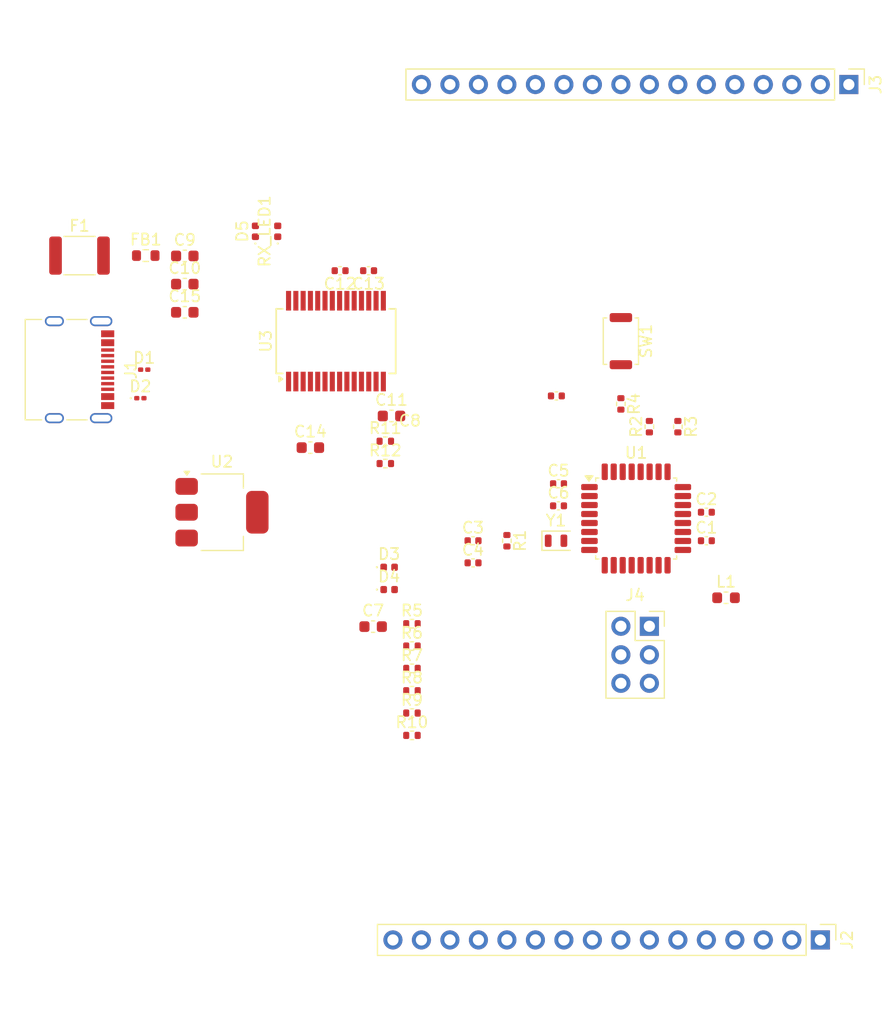
<source format=kicad_pcb>
(kicad_pcb (version 20241229) (generator "pcbnew") (generator_version "9.0")
  (layers (0 "F.Cu" signal) (2 "B.Cu" signal) (13 "F.Paste" user) (15 "B.Paste" user) (5 "F.SilkS" user "F.Silkscreen") (7 "B.SilkS" user "B.Silkscreen") (1 "F.Mask" user) (3 "B.Mask" user) (25 "Edge.Cuts" user))
  (net 0 "")
  (net 1 "+5V")
  (net 2 "GND")
  (net 3 "Net-(U1-AREF)")
  (net 4 "EX_OSC2")
  (net 5 "EX_OSC1")
  (net 6 "+3.3V")
  (net 7 "PWRU_IN")
  (net 8 "Net-(C10-Pad1)")
  (net 9 "Net-(U3-3V3OUT)")
  (net 10 "USART_DTR")
  (net 11 "EX_RST")
  (net 12 "USBC_D.P")
  (net 13 "USBC_D.N")
  (net 14 "Net-(D3-A)")
  (net 15 "Net-(D4-A)")
  (net 16 "Net-(D5-K)")
  (net 17 "Net-(D5-A)")
  (net 18 "Net-(J1-CC1)")
  (net 20 "Net-(J1-CC2)")
  (net 24 "GPIO_C0")
  (net 25 "GPIO_C1")
  (net 26 "GPIO_C2")
  (net 27 "GPIO_C3")
  (net 28 "I2C_SCL")
  (net 29 "I2C_SDA")
  (net 30 "GPIO_C4")
  (net 31 "GPIO_C5")
  (net 32 "SPI_SS")
  (net 33 "SPI_MOSI")
  (net 34 "SPI_MISO")
  (net 35 "SPI_SCK")
  (net 36 "GPIO_B1")
  (net 37 "GPIO_B0")
  (net 38 "GPIO_D7")
  (net 39 "GPIO_D6")
  (net 40 "GPIO_D5")
  (net 41 "GPIO_D4")
  (net 42 "GPIO_D3")
  (net 43 "GPIO_D2")
  (net 44 "USART_TXD")
  (net 45 "USART_RXD")
  (net 46 "Net-(U1-AVCC)")
  (net 47 "Net-(U2-ADJ)")
  (net 48 "Net-(RX_LED1-A)")
  (net 49 "Net-(RX_LED1-K)")
  (footprint "Capacitor_SMD:C_0603_1608Metric" (layer "F.Cu") (at 133.845 83.79)
    (property "Reference" "C15" (at 0 -1.43 0) (layer "F.SilkS"))
    (property "Value" "4.7u")
    (fp_line (start -0.14058 -0.51) (end 0.14058 -0.51) (stroke (width 0.12)) (layer "F.SilkS"))
    (fp_line (start -0.14058 0.51) (end 0.14058 0.51) (stroke (width 0.12)) (layer "F.SilkS"))
    (pad "1" smd roundrect (at -0.775 0) (size 0.9 0.95) (layers "F.Cu" "F.Mask" "F.Paste") (net 8 "Net-(C10-Pad1)"))
    (pad "2" smd roundrect (at 0.775 0) (size 0.9 0.95) (layers "F.Cu" "F.Mask" "F.Paste") (net 2 "GND"))
  )
  (footprint "Capacitor_SMD:C_0402_1005Metric" (layer "F.Cu") (at 159.54 104.14)
    (property "Reference" "C3" (at 0 -1.16 0) (layer "F.SilkS"))
    (property "Value" "18p")
    (fp_line (start -0.107836 -0.36) (end 0.107836 -0.36) (stroke (width 0.12)) (layer "F.SilkS"))
    (fp_line (start -0.107836 0.36) (end 0.107836 0.36) (stroke (width 0.12)) (layer "F.SilkS"))
    (pad "1" smd roundrect (at -0.48 0) (size 0.56 0.62) (layers "F.Cu" "F.Mask" "F.Paste") (net 4 "EX_OSC2"))
    (pad "2" smd roundrect (at 0.48 0) (size 0.56 0.62) (layers "F.Cu" "F.Mask" "F.Paste") (net 2 "GND"))
  )
  (footprint "Capacitor_SMD:C_0603_1608Metric" (layer "F.Cu") (at 133.845 78.77)
    (property "Reference" "C9" (at 0 -1.43 0) (layer "F.SilkS"))
    (property "Value" ".01u")
    (fp_line (start -0.14058 -0.51) (end 0.14058 -0.51) (stroke (width 0.12)) (layer "F.SilkS"))
    (fp_line (start -0.14058 0.51) (end 0.14058 0.51) (stroke (width 0.12)) (layer "F.SilkS"))
    (pad "1" smd roundrect (at -0.775 0) (size 0.9 0.95) (layers "F.Cu" "F.Mask" "F.Paste") (net 7 "PWRU_IN"))
    (pad "2" smd roundrect (at 0.775 0) (size 0.9 0.95) (layers "F.Cu" "F.Mask" "F.Paste") (net 2 "GND"))
  )
  (footprint "Package_QFP:TQFP-32_7x7mm_P0.8mm" (layer "F.Cu") (at 174.08 102.16)
    (property "Reference" "U1" (at 0 -5.85 0) (layer "F.SilkS"))
    (property "Value" "ATmega328P-A")
    (fp_line (start -3.61 -3.61) (end -3.61 -3.335) (stroke (width 0.12)) (layer "F.SilkS"))
    (fp_line (start -3.61 3.61) (end -3.61 3.335) (stroke (width 0.12)) (layer "F.SilkS"))
    (fp_line (start -3.335 -3.61) (end -3.61 -3.61) (stroke (width 0.12)) (layer "F.SilkS"))
    (fp_line (start -3.335 3.61) (end -3.61 3.61) (stroke (width 0.12)) (layer "F.SilkS"))
    (fp_line (start 3.335 -3.61) (end 3.61 -3.61) (stroke (width 0.12)) (layer "F.SilkS"))
    (fp_line (start 3.335 3.61) (end 3.61 3.61) (stroke (width 0.12)) (layer "F.SilkS"))
    (fp_line (start 3.61 -3.61) (end 3.61 -3.335) (stroke (width 0.12)) (layer "F.SilkS"))
    (fp_line (start 3.61 3.61) (end 3.61 3.335) (stroke (width 0.12)) (layer "F.SilkS"))
    (fp_poly (pts (xy -4.2 -3.335) (xy -4.54 -3.805) (xy -3.86 -3.805)) (stroke (width 0.12)) (fill yes) (layer "F.SilkS"))
    (pad "1" smd roundrect (at -4.1625 -2.8) (size 1.475 0.55) (layers "F.Cu" "F.Mask" "F.Paste") (net 42 "GPIO_D3"))
    (pad "2" smd roundrect (at -4.1625 -2) (size 1.475 0.55) (layers "F.Cu" "F.Mask" "F.Paste") (net 41 "GPIO_D4"))
    (pad "3" smd roundrect (at -4.1625 -1.2) (size 1.475 0.55) (layers "F.Cu" "F.Mask" "F.Paste") (net 2 "GND"))
    (pad "4" smd roundrect (at -4.1625 -0.4) (size 1.475 0.55) (layers "F.Cu" "F.Mask" "F.Paste") (net 1 "+5V"))
    (pad "5" smd roundrect (at -4.1625 0.4) (size 1.475 0.55) (layers "F.Cu" "F.Mask" "F.Paste") (net 2 "GND"))
    (pad "6" smd roundrect (at -4.1625 1.2) (size 1.475 0.55) (layers "F.Cu" "F.Mask" "F.Paste") (net 1 "+5V"))
    (pad "7" smd roundrect (at -4.1625 2) (size 1.475 0.55) (layers "F.Cu" "F.Mask" "F.Paste") (net 5 "EX_OSC1"))
    (pad "8" smd roundrect (at -4.1625 2.8) (size 1.475 0.55) (layers "F.Cu" "F.Mask" "F.Paste") (net 4 "EX_OSC2"))
    (pad "9" smd roundrect (at -2.8 4.1625) (size 0.55 1.475) (layers "F.Cu" "F.Mask" "F.Paste") (net 40 "GPIO_D5"))
    (pad "10" smd roundrect (at -2 4.1625) (size 0.55 1.475) (layers "F.Cu" "F.Mask" "F.Paste") (net 39 "GPIO_D6"))
    (pad "11" smd roundrect (at -1.2 4.1625) (size 0.55 1.475) (layers "F.Cu" "F.Mask" "F.Paste") (net 38 "GPIO_D7"))
    (pad "12" smd roundrect (at -0.4 4.1625) (size 0.55 1.475) (layers "F.Cu" "F.Mask" "F.Paste") (net 37 "GPIO_B0"))
    (pad "13" smd roundrect (at 0.4 4.1625) (size 0.55 1.475) (layers "F.Cu" "F.Mask" "F.Paste") (net 36 "GPIO_B1"))
    (pad "14" smd roundrect (at 1.2 4.1625) (size 0.55 1.475) (layers "F.Cu" "F.Mask" "F.Paste") (net 32 "SPI_SS"))
    (pad "15" smd roundrect (at 2 4.1625) (size 0.55 1.475) (layers "F.Cu" "F.Mask" "F.Paste") (net 33 "SPI_MOSI"))
    (pad "16" smd roundrect (at 2.8 4.1625) (size 0.55 1.475) (layers "F.Cu" "F.Mask" "F.Paste") (net 34 "SPI_MISO"))
    (pad "17" smd roundrect (at 4.1625 2.8) (size 1.475 0.55) (layers "F.Cu" "F.Mask" "F.Paste") (net 35 "SPI_SCK"))
    (pad "18" smd roundrect (at 4.1625 2) (size 1.475 0.55) (layers "F.Cu" "F.Mask" "F.Paste") (net 46 "Net-(U1-AVCC)"))
    (pad "19" smd roundrect (at 4.1625 1.2) (size 1.475 0.55) (layers "F.Cu" "F.Mask" "F.Paste") (net 30 "GPIO_C4"))
    (pad "20" smd roundrect (at 4.1625 0.4) (size 1.475 0.55) (layers "F.Cu" "F.Mask" "F.Paste") (net 3 "Net-(U1-AREF)"))
    (pad "21" smd roundrect (at 4.1625 -0.4) (size 1.475 0.55) (layers "F.Cu" "F.Mask" "F.Paste") (net 2 "GND"))
    (pad "22" smd roundrect (at 4.1625 -1.2) (size 1.475 0.55) (layers "F.Cu" "F.Mask" "F.Paste") (net 31 "GPIO_C5"))
    (pad "23" smd roundrect (at 4.1625 -2) (size 1.475 0.55) (layers "F.Cu" "F.Mask" "F.Paste") (net 24 "GPIO_C0"))
    (pad "24" smd roundrect (at 4.1625 -2.8) (size 1.475 0.55) (layers "F.Cu" "F.Mask" "F.Paste") (net 25 "GPIO_C1"))
    (pad "25" smd roundrect (at 2.8 -4.1625) (size 0.55 1.475) (layers "F.Cu" "F.Mask" "F.Paste") (net 26 "GPIO_C2"))
    (pad "26" smd roundrect (at 2 -4.1625) (size 0.55 1.475) (layers "F.Cu" "F.Mask" "F.Paste") (net 27 "GPIO_C3"))
    (pad "27" smd roundrect (at 1.2 -4.1625) (size 0.55 1.475) (layers "F.Cu" "F.Mask" "F.Paste") (net 29 "I2C_SDA"))
    (pad "28" smd roundrect (at 0.4 -4.1625) (size 0.55 1.475) (layers "F.Cu" "F.Mask" "F.Paste") (net 28 "I2C_SCL"))
    (pad "29" smd roundrect (at -0.4 -4.1625) (size 0.55 1.475) (layers "F.Cu" "F.Mask" "F.Paste") (net 11 "EX_RST"))
    (pad "30" smd roundrect (at -1.2 -4.1625) (size 0.55 1.475) (layers "F.Cu" "F.Mask" "F.Paste") (net 45 "USART_RXD"))
    (pad "31" smd roundrect (at -2 -4.1625) (size 0.55 1.475) (layers "F.Cu" "F.Mask" "F.Paste") (net 44 "USART_TXD"))
    (pad "32" smd roundrect (at -2.8 -4.1625) (size 0.55 1.475) (layers "F.Cu" "F.Mask" "F.Paste") (net 43 "GPIO_D2"))
  )
  (footprint "Resistor_SMD:R_0603_1608Metric" (layer "F.Cu") (at 130.365 78.74)
    (property "Reference" "FB1" (at 0 -1.43 0) (layer "F.SilkS"))
    (property "Value" "120")
    (fp_line (start -0.237258 -0.5225) (end 0.237258 -0.5225) (stroke (width 0.12)) (layer "F.SilkS"))
    (fp_line (start -0.237258 0.5225) (end 0.237258 0.5225) (stroke (width 0.12)) (layer "F.SilkS"))
    (pad "1" smd roundrect (at -0.825 0) (size 0.8 0.95) (layers "F.Cu" "F.Mask" "F.Paste") (net 7 "PWRU_IN"))
    (pad "2" smd roundrect (at 0.825 0) (size 0.8 0.95) (layers "F.Cu" "F.Mask" "F.Paste") (net 8 "Net-(C10-Pad1)"))
  )
  (footprint "Resistor_SMD:R_0402_1005Metric" (layer "F.Cu") (at 151.72 97.265)
    (property "Reference" "R12" (at 0 -1.17 0) (layer "F.SilkS"))
    (property "Value" "150")
    (fp_line (start -0.153641 -0.38) (end 0.153641 -0.38) (stroke (width 0.12)) (layer "F.SilkS"))
    (fp_line (start -0.153641 0.38) (end 0.153641 0.38) (stroke (width 0.12)) (layer "F.SilkS"))
    (pad "1" smd roundrect (at -0.51 0) (size 0.54 0.64) (layers "F.Cu" "F.Mask" "F.Paste") (net 2 "GND"))
    (pad "2" smd roundrect (at 0.51 0) (size 0.54 0.64) (layers "F.Cu" "F.Mask" "F.Paste") (net 48 "Net-(RX_LED1-A)"))
  )
  (footprint "Fuse:Fuse_1812_4532Metric" (layer "F.Cu") (at 124.46 78.74)
    (property "Reference" "F1" (at 0 -2.65 0) (layer "F.SilkS"))
    (property "Value" "500mA")
    (fp_line (start -1.386252 -1.71) (end 1.386252 -1.71) (stroke (width 0.12)) (layer "F.SilkS"))
    (fp_line (start -1.386252 1.71) (end 1.386252 1.71) (stroke (width 0.12)) (layer "F.SilkS"))
    (pad "1" smd roundrect (at -2.1375 0) (size 1.125 3.4) (layers "F.Cu" "F.Mask" "F.Paste") (roundrect_rratio 0.222222) (net 8 "Net-(C10-Pad1)"))
    (pad "2" smd roundrect (at 2.1375 0) (size 1.125 3.4) (layers "F.Cu" "F.Mask" "F.Paste") (roundrect_rratio 0.222222) (net 1 "+5V"))
  )
  (footprint "Resistor_SMD:R_0402_1005Metric" (layer "F.Cu") (at 162.56 104.14 -90)
    (property "Reference" "R1" (at 0 -1.17 90) (layer "F.SilkS"))
    (property "Value" "R")
    (fp_line (start -0.153641 0.38) (end 0.153641 0.38) (stroke (width 0.12)) (layer "F.SilkS"))
    (fp_line (start -0.153641 -0.38) (end 0.153641 -0.38) (stroke (width 0.12)) (layer "F.SilkS"))
    (pad "1" smd roundrect (at -0.51 0 270) (size 0.54 0.64) (layers "F.Cu" "F.Mask" "F.Paste") (net 5 "EX_OSC1"))
    (pad "2" smd roundrect (at 0.51 0 270) (size 0.54 0.64) (layers "F.Cu" "F.Mask" "F.Paste") (net 4 "EX_OSC2"))
  )
  (footprint "Capacitor_SMD:C_0402_1005Metric" (layer "F.Cu") (at 159.54 106.11)
    (property "Reference" "C4" (at 0 -1.16 0) (layer "F.SilkS"))
    (property "Value" "18p")
    (fp_line (start -0.107836 -0.36) (end 0.107836 -0.36) (stroke (width 0.12)) (layer "F.SilkS"))
    (fp_line (start -0.107836 0.36) (end 0.107836 0.36) (stroke (width 0.12)) (layer "F.SilkS"))
    (pad "1" smd roundrect (at -0.48 0) (size 0.56 0.62) (layers "F.Cu" "F.Mask" "F.Paste") (net 5 "EX_OSC1"))
    (pad "2" smd roundrect (at 0.48 0) (size 0.56 0.62) (layers "F.Cu" "F.Mask" "F.Paste") (net 2 "GND"))
  )
  (footprint "Capacitor_SMD:C_0603_1608Metric" (layer "F.Cu") (at 145.04 95.845)
    (property "Reference" "C14" (at 0 -1.43 0) (layer "F.SilkS"))
    (property "Value" "C_Polarized")
    (fp_line (start -0.14058 -0.51) (end 0.14058 -0.51) (stroke (width 0.12)) (layer "F.SilkS"))
    (fp_line (start -0.14058 0.51) (end 0.14058 0.51) (stroke (width 0.12)) (layer "F.SilkS"))
    (pad "1" smd roundrect (at -0.775 0) (size 0.9 0.95) (layers "F.Cu" "F.Mask" "F.Paste") (net 10 "USART_DTR"))
    (pad "2" smd roundrect (at 0.775 0) (size 0.9 0.95) (layers "F.Cu" "F.Mask" "F.Paste") (net 11 "EX_RST"))
  )
  (footprint "LED_SMD:LED_0402_1005Metric" (layer "F.Cu") (at 152.06 108.49)
    (property "Reference" "D4" (at 0 -1.17 0) (layer "F.SilkS"))
    (property "Value" "LED")
    (fp_circle (center -1.09 0) (end -1.04 0) (stroke (width 0.1)) (fill no) (layer "F.SilkS"))
    (pad "1" smd roundrect (at -0.485 0) (size 0.59 0.64) (layers "F.Cu" "F.Mask" "F.Paste") (net 2 "GND"))
    (pad "2" smd roundrect (at 0.485 0) (size 0.59 0.64) (layers "F.Cu" "F.Mask" "F.Paste") (net 15 "Net-(D4-A)"))
  )
  (footprint "Capacitor_SMD:C_0603_1608Metric" (layer "F.Cu") (at 133.845 81.28)
    (property "Reference" "C10" (at 0 -1.43 0) (layer "F.SilkS"))
    (property "Value" ".1u")
    (fp_line (start -0.14058 -0.51) (end 0.14058 -0.51) (stroke (width 0.12)) (layer "F.SilkS"))
    (fp_line (start -0.14058 0.51) (end 0.14058 0.51) (stroke (width 0.12)) (layer "F.SilkS"))
    (pad "1" smd roundrect (at -0.775 0) (size 0.9 0.95) (layers "F.Cu" "F.Mask" "F.Paste") (net 8 "Net-(C10-Pad1)"))
    (pad "2" smd roundrect (at 0.775 0) (size 0.9 0.95) (layers "F.Cu" "F.Mask" "F.Paste") (net 2 "GND"))
  )
  (footprint "Inductor_SMD:L_0603_1608Metric" (layer "F.Cu") (at 182.0925 109.22)
    (property "Reference" "L1" (at 0 -1.43 0) (layer "F.SilkS"))
    (property "Value" "10u")
    (fp_line (start -0.162779 -0.51) (end 0.162779 -0.51) (stroke (width 0.12)) (layer "F.SilkS"))
    (fp_line (start -0.162779 0.51) (end 0.162779 0.51) (stroke (width 0.12)) (layer "F.SilkS"))
    (pad "1" smd roundrect (at -0.7875 0) (size 0.875 0.95) (layers "F.Cu" "F.Mask" "F.Paste") (net 46 "Net-(U1-AVCC)"))
    (pad "2" smd roundrect (at 0.7875 0) (size 0.875 0.95) (layers "F.Cu" "F.Mask" "F.Paste") (net 1 "+5V"))
  )
  (footprint "Resistor_SMD:R_0402_1005Metric" (layer "F.Cu") (at 154.095 121.48)
    (property "Reference" "R10" (at 0 -1.17 0) (layer "F.SilkS"))
    (property "Value" "70")
    (fp_line (start -0.153641 -0.38) (end 0.153641 -0.38) (stroke (width 0.12)) (layer "F.SilkS"))
    (fp_line (start -0.153641 0.38) (end 0.153641 0.38) (stroke (width 0.12)) (layer "F.SilkS"))
    (pad "1" smd roundrect (at -0.51 0) (size 0.54 0.64) (layers "F.Cu" "F.Mask" "F.Paste") (net 6 "+3.3V"))
    (pad "2" smd roundrect (at 0.51 0) (size 0.54 0.64) (layers "F.Cu" "F.Mask" "F.Paste") (net 15 "Net-(D4-A)"))
  )
  (footprint "Connector_PinHeader_2.54mm:PinHeader_1x16_P2.54mm_Vertical" (layer "F.Cu") (at 193.04 63.5 -90)
    (property "Reference" "J3" (at 0 -2.38 90) (layer "F.SilkS"))
    (property "Value" "Conn_01x16_Socket")
    (fp_line (start -1.38 39.48) (end 1.38 39.48) (stroke (width 0.12)) (layer "F.SilkS"))
    (fp_line (start -1.38 1.27) (end -1.38 39.48) (stroke (width 0.12)) (layer "F.SilkS"))
    (fp_line (start -1.38 1.27) (end 1.38 1.27) (stroke (width 0.12)) (layer "F.SilkS"))
    (fp_line (start 1.38 1.27) (end 1.38 39.48) (stroke (width 0.12)) (layer "F.SilkS"))
    (fp_line (start -1.38 0) (end -1.38 -1.38) (stroke (width 0.12)) (layer "F.SilkS"))
    (fp_line (start -1.38 -1.38) (end 0 -1.38) (stroke (width 0.12)) (layer "F.SilkS"))
    (pad "1" thru_hole rect (at 0 0 270) (size 1.7 1.7) (drill 1) (layers "*.Cu" "*.Mask") (net 32 "SPI_SS"))
    (pad "2" thru_hole circle (at 0 2.54 270) (size 1.7 1.7) (drill 1) (layers "*.Cu" "*.Mask") (net 33 "SPI_MOSI"))
    (pad "3" thru_hole circle (at 0 5.08 270) (size 1.7 1.7) (drill 1) (layers "*.Cu" "*.Mask") (net 34 "SPI_MISO"))
    (pad "4" thru_hole circle (at 0 7.62 270) (size 1.7 1.7) (drill 1) (layers "*.Cu" "*.Mask") (net 35 "SPI_SCK"))
    (pad "5" thru_hole circle (at 0 10.16 270) (size 1.7 1.7) (drill 1) (layers "*.Cu" "*.Mask") (net 2 "GND"))
    (pad "6" thru_hole circle (at 0 12.7 270) (size 1.7 1.7) (drill 1) (layers "*.Cu" "*.Mask") (net 2 "GND"))
    (pad "7" thru_hole circle (at 0 15.24 270) (size 1.7 1.7) (drill 1) (layers "*.Cu" "*.Mask") (net 36 "GPIO_B1"))
    (pad "8" thru_hole circle (at 0 17.78 270) (size 1.7 1.7) (drill 1) (layers "*.Cu" "*.Mask") (net 37 "GPIO_B0"))
    (pad "9" thru_hole circle (at 0 20.32 270) (size 1.7 1.7) (drill 1) (layers "*.Cu" "*.Mask") (net 38 "GPIO_D7"))
    (pad "10" thru_hole circle (at 0 22.86 270) (size 1.7 1.7) (drill 1) (layers "*.Cu" "*.Mask") (net 39 "GPIO_D6"))
    (pad "11" thru_hole circle (at 0 25.4 270) (size 1.7 1.7) (drill 1) (layers "*.Cu" "*.Mask") (net 40 "GPIO_D5"))
    (pad "12" thru_hole circle (at 0 27.94 270) (size 1.7 1.7) (drill 1) (layers "*.Cu" "*.Mask") (net 41 "GPIO_D4"))
    (pad "13" thru_hole circle (at 0 30.48 270) (size 1.7 1.7) (drill 1) (layers "*.Cu" "*.Mask") (net 42 "GPIO_D3"))
    (pad "14" thru_hole circle (at 0 33.02 270) (size 1.7 1.7) (drill 1) (layers "*.Cu" "*.Mask") (net 43 "GPIO_D2"))
    (pad "15" thru_hole circle (at 0 35.56 270) (size 1.7 1.7) (drill 1) (layers "*.Cu" "*.Mask") (net 44 "USART_TXD"))
    (pad "16" thru_hole circle (at 0 38.1 270) (size 1.7 1.7) (drill 1) (layers "*.Cu" "*.Mask") (net 45 "USART_RXD"))
  )
  (footprint "LED_SMD:LED_0402_1005Metric" (layer "F.Cu") (at 142.13 76.575 90)
    (property "Reference" "RX_LED1" (at 0 -1.17 90) (layer "F.SilkS"))
    (property "Value" "LED")
    (fp_circle (center -1.09 0) (end -1.04 0) (stroke (width 0.1)) (fill no) (layer "F.SilkS"))
    (pad "1" smd roundrect (at -0.485 0 90) (size 0.59 0.64) (layers "F.Cu" "F.Mask" "F.Paste") (net 49 "Net-(RX_LED1-K)"))
    (pad "2" smd roundrect (at 0.485 0 90) (size 0.59 0.64) (layers "F.Cu" "F.Mask" "F.Paste") (net 48 "Net-(RX_LED1-A)"))
  )
  (footprint "Resistor_SMD:R_0402_1005Metric" (layer "F.Cu") (at 177.8 93.98 -90)
    (property "Reference" "R3" (at 0 -1.17 90) (layer "F.SilkS"))
    (property "Value" "R")
    (fp_line (start -0.153641 0.38) (end 0.153641 0.38) (stroke (width 0.12)) (layer "F.SilkS"))
    (fp_line (start -0.153641 -0.38) (end 0.153641 -0.38) (stroke (width 0.12)) (layer "F.SilkS"))
    (pad "1" smd roundrect (at -0.51 0 270) (size 0.54 0.64) (layers "F.Cu" "F.Mask" "F.Paste") (net 1 "+5V"))
    (pad "2" smd roundrect (at 0.51 0 270) (size 0.54 0.64) (layers "F.Cu" "F.Mask" "F.Paste") (net 28 "I2C_SCL"))
  )
  (footprint "LED_SMD:LED_0402_1005Metric" (layer "F.Cu") (at 152.06 106.5)
    (property "Reference" "D3" (at 0 -1.17 0) (layer "F.SilkS"))
    (property "Value" "LED")
    (fp_circle (center -1.09 0) (end -1.04 0) (stroke (width 0.1)) (fill no) (layer "F.SilkS"))
    (pad "1" smd roundrect (at -0.485 0) (size 0.59 0.64) (layers "F.Cu" "F.Mask" "F.Paste") (net 2 "GND"))
    (pad "2" smd roundrect (at 0.485 0) (size 0.59 0.64) (layers "F.Cu" "F.Mask" "F.Paste") (net 14 "Net-(D3-A)"))
  )
  (footprint "Capacitor_SMD:C_0402_1005Metric" (layer "F.Cu") (at 147.69 80.085 180)
    (property "Reference" "C12" (at 0 -1.16 0) (layer "F.SilkS"))
    (property "Value" ".1u")
    (fp_line (start -0.107836 0.36) (end 0.107836 0.36) (stroke (width 0.12)) (layer "F.SilkS"))
    (fp_line (start -0.107836 -0.36) (end 0.107836 -0.36) (stroke (width 0.12)) (layer "F.SilkS"))
    (pad "1" smd roundrect (at -0.48 0 180) (size 0.56 0.62) (layers "F.Cu" "F.Mask" "F.Paste") (net 1 "+5V"))
    (pad "2" smd roundrect (at 0.48 0 180) (size 0.56 0.62) (layers "F.Cu" "F.Mask" "F.Paste") (net 2 "GND"))
  )
  (footprint "Capacitor_SMD:C_0603_1608Metric" (layer "F.Cu") (at 152.27 93.025)
    (property "Reference" "C11" (at 0 -1.43 0) (layer "F.SilkS"))
    (property "Value" ".1u")
    (fp_line (start -0.14058 -0.51) (end 0.14058 -0.51) (stroke (width 0.12)) (layer "F.SilkS"))
    (fp_line (start -0.14058 0.51) (end 0.14058 0.51) (stroke (width 0.12)) (layer "F.SilkS"))
    (pad "1" smd roundrect (at -0.775 0) (size 0.9 0.95) (layers "F.Cu" "F.Mask" "F.Paste") (net 9 "Net-(U3-3V3OUT)"))
    (pad "2" smd roundrect (at 0.775 0) (size 0.9 0.95) (layers "F.Cu" "F.Mask" "F.Paste") (net 2 "GND"))
  )
  (footprint "Resistor_SMD:R_0402_1005Metric" (layer "F.Cu") (at 175.26 93.98 90)
    (property "Reference" "R2" (at 0 -1.17 90) (layer "F.SilkS"))
    (property "Value" "R")
    (fp_line (start -0.153641 -0.38) (end 0.153641 -0.38) (stroke (width 0.12)) (layer "F.SilkS"))
    (fp_line (start -0.153641 0.38) (end 0.153641 0.38) (stroke (width 0.12)) (layer "F.SilkS"))
    (pad "1" smd roundrect (at -0.51 0 90) (size 0.54 0.64) (layers "F.Cu" "F.Mask" "F.Paste") (net 1 "+5V"))
    (pad "2" smd roundrect (at 0.51 0 90) (size 0.54 0.64) (layers "F.Cu" "F.Mask" "F.Paste") (net 29 "I2C_SDA"))
  )
  (footprint "Capacitor_SMD:C_0402_1005Metric" (layer "F.Cu") (at 180.34 101.6)
    (property "Reference" "C2" (at 0 -1.16 0) (layer "F.SilkS"))
    (property "Value" ".1u")
    (fp_line (start -0.107836 -0.36) (end 0.107836 -0.36) (stroke (width 0.12)) (layer "F.SilkS"))
    (fp_line (start -0.107836 0.36) (end 0.107836 0.36) (stroke (width 0.12)) (layer "F.SilkS"))
    (pad "1" smd roundrect (at -0.48 0) (size 0.56 0.62) (layers "F.Cu" "F.Mask" "F.Paste") (net 3 "Net-(U1-AREF)"))
    (pad "2" smd roundrect (at 0.48 0) (size 0.56 0.62) (layers "F.Cu" "F.Mask" "F.Paste") (net 2 "GND"))
  )
  (footprint "Capacitor_SMD:C_0402_1005Metric" (layer "F.Cu") (at 150.23 80.085 180)
    (property "Reference" "C13" (at 0 -1.16 0) (layer "F.SilkS"))
    (property "Value" "4.7u")
    (fp_line (start -0.107836 0.36) (end 0.107836 0.36) (stroke (width 0.12)) (layer "F.SilkS"))
    (fp_line (start -0.107836 -0.36) (end 0.107836 -0.36) (stroke (width 0.12)) (layer "F.SilkS"))
    (pad "1" smd roundrect (at -0.48 0 180) (size 0.56 0.62) (layers "F.Cu" "F.Mask" "F.Paste") (net 1 "+5V"))
    (pad "2" smd roundrect (at 0.48 0 180) (size 0.56 0.62) (layers "F.Cu" "F.Mask" "F.Paste") (net 2 "GND"))
  )
  (footprint "Capacitor_SMD:C_0402_1005Metric" (layer "F.Cu") (at 180.34 104.14)
    (property "Reference" "C1" (at 0 -1.16 0) (layer "F.SilkS"))
    (property "Value" ".1u")
    (fp_line (start -0.107836 -0.36) (end 0.107836 -0.36) (stroke (width 0.12)) (layer "F.SilkS"))
    (fp_line (start -0.107836 0.36) (end 0.107836 0.36) (stroke (width 0.12)) (layer "F.SilkS"))
    (pad "1" smd roundrect (at -0.48 0) (size 0.56 0.62) (layers "F.Cu" "F.Mask" "F.Paste") (net 1 "+5V"))
    (pad "2" smd roundrect (at 0.48 0) (size 0.56 0.62) (layers "F.Cu" "F.Mask" "F.Paste") (net 2 "GND"))
  )
  (footprint "Resistor_SMD:R_0402_1005Metric" (layer "F.Cu") (at 154.095 119.49)
    (property "Reference" "R9" (at 0 -1.17 0) (layer "F.SilkS"))
    (property "Value" "155")
    (fp_line (start -0.153641 -0.38) (end 0.153641 -0.38) (stroke (width 0.12)) (layer "F.SilkS"))
    (fp_line (start -0.153641 0.38) (end 0.153641 0.38) (stroke (width 0.12)) (layer "F.SilkS"))
    (pad "1" smd roundrect (at -0.51 0) (size 0.54 0.64) (layers "F.Cu" "F.Mask" "F.Paste") (net 1 "+5V"))
    (pad "2" smd roundrect (at 0.51 0) (size 0.54 0.64) (layers "F.Cu" "F.Mask" "F.Paste") (net 14 "Net-(D3-A)"))
  )
  (footprint "Package_TO_SOT_SMD:SOT-223" (layer "F.Cu") (at 137.16 101.6)
    (property "Reference" "U2" (at 0 -4.5 0) (layer "F.SilkS"))
    (property "Value" "LM1117DT-ADJ")
    (fp_line (start -1.85 -3.41) (end 1.91 -3.41) (stroke (width 0.12)) (layer "F.SilkS"))
    (fp_line (start -1.85 3.41) (end 1.91 3.41) (stroke (width 0.12)) (layer "F.SilkS"))
    (fp_line (start 1.91 -3.41) (end 1.91 -2.15) (stroke (width 0.12)) (layer "F.SilkS"))
    (fp_line (start 1.91 3.41) (end 1.91 2.15) (stroke (width 0.12)) (layer "F.SilkS"))
    (fp_poly (pts (xy -3.13 -3.31) (xy -3.37 -3.64) (xy -2.89 -3.64) (xy -3.13 -3.31)) (stroke (width 0.12)) (fill yes) (layer "F.SilkS"))
    (pad "1" smd roundrect (at -3.15 -2.3) (size 2 1.5) (layers "F.Cu" "F.Mask" "F.Paste") (net 47 "Net-(U2-ADJ)"))
    (pad "2" smd roundrect (at -3.15 0) (size 2 1.5) (layers "F.Cu" "F.Mask" "F.Paste") (net 6 "+3.3V"))
    (pad "3" smd roundrect (at -3.15 2.3) (size 2 1.5) (layers "F.Cu" "F.Mask" "F.Paste") (net 1 "+5V"))
    (pad "4" smd roundrect (at 3.15 0) (size 2 3.8) (layers "F.Cu" "F.Mask" "F.Paste"))
  )
  (footprint "Resistor_SMD:R_0402_1005Metric" (layer "F.Cu") (at 154.095 115.51)
    (property "Reference" "R7" (at 0 -1.17 0) (layer "F.SilkS"))
    (property "Value" "5100")
    (fp_line (start -0.153641 -0.38) (end 0.153641 -0.38) (stroke (width 0.12)) (layer "F.SilkS"))
    (fp_line (start -0.153641 0.38) (end 0.153641 0.38) (stroke (width 0.12)) (layer "F.SilkS"))
    (pad "1" smd roundrect (at -0.51 0) (size 0.54 0.64) (layers "F.Cu" "F.Mask" "F.Paste") (net 20 "Net-(J1-CC2)"))
    (pad "2" smd roundrect (at 0.51 0) (size 0.54 0.64) (layers "F.Cu" "F.Mask" "F.Paste") (net 2 "GND"))
  )
  (footprint "Connector_PinHeader_2.54mm:PinHeader_1x16_P2.54mm_Vertical" (layer "F.Cu") (at 190.5 139.7 -90)
    (property "Reference" "J2" (at 0 -2.38 90) (layer "F.SilkS"))
    (property "Value" "Conn_01x16_Socket")
    (fp_line (start -1.38 39.48) (end 1.38 39.48) (stroke (width 0.12)) (layer "F.SilkS"))
    (fp_line (start -1.38 1.27) (end -1.38 39.48) (stroke (width 0.12)) (layer "F.SilkS"))
    (fp_line (start -1.38 1.27) (end 1.38 1.27) (stroke (width 0.12)) (layer "F.SilkS"))
    (fp_line (start 1.38 1.27) (end 1.38 39.48) (stroke (width 0.12)) (layer "F.SilkS"))
    (fp_line (start -1.38 0) (end -1.38 -1.38) (stroke (width 0.12)) (layer "F.SilkS"))
    (fp_line (start -1.38 -1.38) (end 0 -1.38) (stroke (width 0.12)) (layer "F.SilkS"))
    (pad "1" thru_hole rect (at 0 0 270) (size 1.7 1.7) (drill 1) (layers "*.Cu" "*.Mask"))
    (pad "2" thru_hole circle (at 0 2.54 270) (size 1.7 1.7) (drill 1) (layers "*.Cu" "*.Mask") (net 1 "+5V"))
    (pad "3" thru_hole circle (at 0 5.08 270) (size 1.7 1.7) (drill 1) (layers "*.Cu" "*.Mask") (net 11 "EX_RST"))
    (pad "4" thru_hole circle (at 0 7.62 270) (size 1.7 1.7) (drill 1) (layers "*.Cu" "*.Mask") (net 6 "+3.3V"))
    (pad "5" thru_hole circle (at 0 10.16 270) (size 1.7 1.7) (drill 1) (layers "*.Cu" "*.Mask") (net 1 "+5V"))
    (pad "6" thru_hole circle (at 0 12.7 270) (size 1.7 1.7) (drill 1) (layers "*.Cu" "*.Mask") (net 2 "GND"))
    (pad "7" thru_hole circle (at 0 15.24 270) (size 1.7 1.7) (drill 1) (layers "*.Cu" "*.Mask") (net 2 "GND"))
    (pad "8" thru_hole circle (at 0 17.78 270) (size 1.7 1.7) (drill 1) (layers "*.Cu" "*.Mask") (net 7 "PWRU_IN"))
    (pad "9" thru_hole circle (at 0 20.32 270) (size 1.7 1.7) (drill 1) (layers "*.Cu" "*.Mask") (net 24 "GPIO_C0"))
    (pad "10" thru_hole circle (at 0 22.86 270) (size 1.7 1.7) (drill 1) (layers "*.Cu" "*.Mask") (net 25 "GPIO_C1"))
    (pad "11" thru_hole circle (at 0 25.4 270) (size 1.7 1.7) (drill 1) (layers "*.Cu" "*.Mask") (net 26 "GPIO_C2"))
    (pad "12" thru_hole circle (at 0 27.94 270) (size 1.7 1.7) (drill 1) (layers "*.Cu" "*.Mask") (net 27 "GPIO_C3"))
    (pad "13" thru_hole circle (at 0 30.48 270) (size 1.7 1.7) (drill 1) (layers "*.Cu" "*.Mask") (net 28 "I2C_SCL"))
    (pad "14" thru_hole circle (at 0 33.02 270) (size 1.7 1.7) (drill 1) (layers "*.Cu" "*.Mask") (net 29 "I2C_SDA"))
    (pad "15" thru_hole circle (at 0 35.56 270) (size 1.7 1.7) (drill 1) (layers "*.Cu" "*.Mask") (net 30 "GPIO_C4"))
    (pad "16" thru_hole circle (at 0 38.1 270) (size 1.7 1.7) (drill 1) (layers "*.Cu" "*.Mask") (net 31 "GPIO_C5"))
  )
  (footprint "Connector_USB:USB_C_Receptacle_Palconn_UTC16-G" (layer "F.Cu") (at 124.46 88.9 -90)
    (property "Reference" "J1" (at 0 -4.58 90) (layer "F.SilkS"))
    (property "Value" "USB_C_Receptacle_USB2.0_16P")
    (fp_line (start -4.47 4.84) (end -4.47 3.38) (stroke (width 0.12)) (layer "F.SilkS"))
    (fp_line (start 4.47 4.84) (end -4.47 4.84) (stroke (width 0.12)) (layer "F.SilkS"))
    (fp_line (start 4.47 4.84) (end 4.47 3.38) (stroke (width 0.12)) (layer "F.SilkS"))
    (fp_line (start -4.47 -0.67) (end -4.47 1.13) (stroke (width 0.12)) (layer "F.SilkS"))
    (fp_line (start 4.47 -0.67) (end 4.47 1.13) (stroke (width 0.12)) (layer "F.SilkS"))
    (pad "" np_thru_hole circle (at -2.89 -1.45 90) (size 0.6 0.6) (drill 0.6) (layers "*.Cu" "*.Mask"))
    (pad "" np_thru_hole circle (at 2.89 -1.45 90) (size 0.6 0.6) (drill 0.6) (layers "*.Cu" "*.Mask"))
    (pad "A1" smd rect (at -3.2 -2.51 270) (size 0.6 1.16) (layers "F.Cu" "F.Mask" "F.Paste") (net 2 "GND"))
    (pad "A4" smd rect (at -2.4 -2.51 270) (size 0.6 1.16) (layers "F.Cu" "F.Mask" "F.Paste") (net 7 "PWRU_IN"))
    (pad "A5" smd rect (at -1.25 -2.51 90) (size 0.3 1.16) (layers "F.Cu" "F.Mask" "F.Paste") (net 18 "Net-(J1-CC1)"))
    (pad "A6" smd rect (at -0.25 -2.51 90) (size 0.3 1.16) (layers "F.Cu" "F.Mask" "F.Paste") (net 12 "USBC_D.P"))
    (pad "A7" smd rect (at 0.25 -2.51 90) (size 0.3 1.16) (layers "F.Cu" "F.Mask" "F.Paste") (net 13 "USBC_D.N"))
    (pad "A8" smd rect (at 1.25 -2.51 90) (size 0.3 1.16) (layers "F.Cu" "F.Mask" "F.Paste"))
    (pad "A9" smd rect (at 2.4 -2.51 270) (size 0.6 1.16) (layers "F.Cu" "F.Mask" "F.Paste") (net 7 "PWRU_IN"))
    (pad "A12" smd rect (at 3.2 -2.51 270) (size 0.6 1.16) (layers "F.Cu" "F.Mask" "F.Paste") (net 2 "GND"))
    (pad "B1" smd rect (at 3.2 -2.51 270) (size 0.6 1.16) (layers "F.Cu" "F.Mask" "F.Paste") (net 2 "GND"))
    (pad "B4" smd rect (at 2.4 -2.51 270) (size 0.6 1.16) (layers "F.Cu" "F.Mask" "F.Paste") (net 7 "PWRU_IN"))
    (pad "B5" smd rect (at 1.75 -2.51 90) (size 0.3 1.16) (layers "F.Cu" "F.Mask" "F.Paste") (net 20 "Net-(J1-CC2)"))
    (pad "B6" smd rect (at 0.75 -2.51 90) (size 0.3 1.16) (layers "F.Cu" "F.Mask" "F.Paste") (net 12 "USBC_D.P"))
    (pad "B7" smd rect (at -0.75 -2.51 90) (size 0.3 1.16) (layers "F.Cu" "F.Mask" "F.Paste") (net 13 "USBC_D.N"))
    (pad "B8" smd rect (at -1.75 -2.51 90) (size 0.3 1.16) (layers "F.Cu" "F.Mask" "F.Paste"))
    (pad "B9" smd rect (at -2.4 -2.51 270) (size 0.6 1.16) (layers "F.Cu" "F.Mask" "F.Paste") (net 7 "PWRU_IN"))
    (pad "B12" smd rect (at -3.2 -2.51 270) (size 0.6 1.16) (layers "F.Cu" "F.Mask" "F.Paste") (net 2 "GND"))
    (pad "S1" thru_hole oval (at -4.32 -1.93) (size 2 0.9) (drill oval 1.7 0.6) (property pad_prop_heatsink) (layers "*.Cu" "*.Mask"))
    (pad "S1" thru_hole oval (at -4.32 2.24) (size 1.7 0.9) (drill oval 1.4 0.6) (property pad_prop_heatsink) (layers "*.Cu" "*.Mask"))
    (pad "S1" thru_hole oval (at 4.32 -1.93) (size 2 0.9) (drill oval 1.7 0.6) (property pad_prop_heatsink) (layers "*.Cu" "*.Mask"))
    (pad "S1" thru_hole oval (at 4.32 2.24) (size 1.7 0.9) (drill oval 1.4 0.6) (property pad_prop_heatsink) (layers "*.Cu" "*.Mask"))
  )
  (footprint "Capacitor_SMD:C_0402_1005Metric" (layer "F.Cu") (at 167.16 101.03)
    (property "Reference" "C6" (at 0 -1.16 0) (layer "F.SilkS"))
    (property "Value" ".1u")
    (fp_line (start -0.107836 -0.36) (end 0.107836 -0.36) (stroke (width 0.12)) (layer "F.SilkS"))
    (fp_line (start -0.107836 0.36) (end 0.107836 0.36) (stroke (width 0.12)) (layer "F.SilkS"))
    (pad "1" smd roundrect (at -0.48 0) (size 0.56 0.62) (layers "F.Cu" "F.Mask" "F.Paste") (net 1 "+5V"))
    (pad "2" smd roundrect (at 0.48 0) (size 0.56 0.62) (layers "F.Cu" "F.Mask" "F.Paste") (net 2 "GND"))
  )
  (footprint "Resistor_SMD:R_0402_1005Metric" (layer "F.Cu") (at 154.095 113.52)
    (property "Reference" "R6" (at 0 -1.17 0) (layer "F.SilkS"))
    (property "Value" "200")
    (fp_line (start -0.153641 -0.38) (end 0.153641 -0.38) (stroke (width 0.12)) (layer "F.SilkS"))
    (fp_line (start -0.153641 0.38) (end 0.153641 0.38) (stroke (width 0.12)) (layer "F.SilkS"))
    (pad "1" smd roundrect (at -0.51 0) (size 0.54 0.64) (layers "F.Cu" "F.Mask" "F.Paste") (net 47 "Net-(U2-ADJ)"))
    (pad "2" smd roundrect (at 0.51 0) (size 0.54 0.64) (layers "F.Cu" "F.Mask" "F.Paste") (net 2 "GND"))
  )
  (footprint "Resistor_SMD:R_0402_1005Metric" (layer "F.Cu") (at 172.72 91.95 -90)
    (property "Reference" "R4" (at 0 -1.17 90) (layer "F.SilkS"))
    (property "Value" "10k")
    (fp_line (start -0.153641 0.38) (end 0.153641 0.38) (stroke (width 0.12)) (layer "F.SilkS"))
    (fp_line (start -0.153641 -0.38) (end 0.153641 -0.38) (stroke (width 0.12)) (layer "F.SilkS"))
    (pad "1" smd roundrect (at -0.51 0 270) (size 0.54 0.64) (layers "F.Cu" "F.Mask" "F.Paste") (net 1 "+5V"))
    (pad "2" smd roundrect (at 0.51 0 270) (size 0.54 0.64) (layers "F.Cu" "F.Mask" "F.Paste") (net 11 "EX_RST"))
  )
  (footprint "Diode_SMD:D_0201_0603Metric" (layer "F.Cu") (at 129.885 91.44)
    (property "Reference" "D2" (at 0 -1.05 0) (layer "F.SilkS"))
    (property "Value" "1.5KExxCA")
    (fp_circle (center -0.86 0) (end -0.81 0) (stroke (width 0.1)) (fill no) (layer "F.SilkS"))
    (pad "1" smd roundrect (at -0.32 0) (size 0.46 0.4) (layers "F.Cu" "F.Mask") (net 2 "GND"))
    (pad "2" smd roundrect (at 0.32 0) (size 0.46 0.4) (layers "F.Cu" "F.Mask") (net 13 "USBC_D.N"))
  )
  (footprint "Connector_PinSocket_2.54mm:PinSocket_2x03_P2.54mm_Vertical" (layer "F.Cu") (at 175.26 111.76)
    (property "Reference" "J4" (at -1.27 -2.77 0) (layer "F.SilkS"))
    (property "Value" "Conn_PIC_ICSP_ICD")
    (fp_line (start -3.87 -1.33) (end -3.87 6.41) (stroke (width 0.12)) (layer "F.SilkS"))
    (fp_line (start -3.87 -1.33) (end -1.27 -1.33) (stroke (width 0.12)) (layer "F.SilkS"))
    (fp_line (start -3.87 6.41) (end 1.33 6.41) (stroke (width 0.12)) (layer "F.SilkS"))
    (fp_line (start -1.27 -1.33) (end -1.27 1.27) (stroke (width 0.12)) (layer "F.SilkS"))
    (fp_line (start -1.27 1.27) (end 1.33 1.27) (stroke (width 0.12)) (layer "F.SilkS"))
    (fp_line (start 0 -1.33) (end 1.33 -1.33) (stroke (width 0.12)) (layer "F.SilkS"))
    (fp_line (start 1.33 -1.33) (end 1.33 0) (stroke (width 0.12)) (layer "F.SilkS"))
    (fp_line (start 1.33 1.27) (end 1.33 6.41) (stroke (width 0.12)) (layer "F.SilkS"))
    (pad "1" thru_hole rect (at 0 0) (size 1.7 1.7) (drill 1) (layers "*.Cu" "*.Mask") (net 11 "EX_RST"))
    (pad "2" thru_hole circle (at -2.54 0) (size 1.7 1.7) (drill 1) (layers "*.Cu" "*.Mask") (net 1 "+5V"))
    (pad "3" thru_hole circle (at 0 2.54) (size 1.7 1.7) (drill 1) (layers "*.Cu" "*.Mask") (net 2 "GND"))
    (pad "4" thru_hole circle (at -2.54 2.54) (size 1.7 1.7) (drill 1) (layers "*.Cu" "*.Mask") (net 33 "SPI_MOSI"))
    (pad "5" thru_hole circle (at 0 5.08) (size 1.7 1.7) (drill 1) (layers "*.Cu" "*.Mask") (net 35 "SPI_SCK"))
    (pad "6" thru_hole circle (at -2.54 5.08) (size 1.7 1.7) (drill 1) (layers "*.Cu" "*.Mask") (net 34 "SPI_MISO"))
  )
  (footprint "Button_Switch_SMD:SW_Push_SPST_NO_Alps_SKRK" (layer "F.Cu") (at 172.72 86.36 -90)
    (property "Reference" "SW1" (at 0 -2.25 90) (layer "F.SilkS"))
    (property "Value" "SW_Push")
    (fp_line (start -2.07 1.57) (end -2.07 1.27) (stroke (width 0.12)) (layer "F.SilkS"))
    (fp_line (start 2.07 1.57) (end -2.07 1.57) (stroke (width 0.12)) (layer "F.SilkS"))
    (fp_line (start 2.07 1.27) (end 2.07 1.57) (stroke (width 0.12)) (layer "F.SilkS"))
    (fp_line (start -2.07 -1.27) (end -2.07 -1.57) (stroke (width 0.12)) (layer "F.SilkS"))
    (fp_line (start -2.07 -1.57) (end 2.07 -1.57) (stroke (width 0.12)) (layer "F.SilkS"))
    (fp_line (start 2.07 -1.57) (end 2.07 -1.27) (stroke (width 0.12)) (layer "F.SilkS"))
    (pad "1" smd roundrect (at -2.1 0 270) (size 0.8 2) (layers "F.Cu" "F.Mask" "F.Paste") (net 11 "EX_RST"))
    (pad "2" smd roundrect (at 2.1 0 270) (size 0.8 2) (layers "F.Cu" "F.Mask" "F.Paste") (net 2 "GND"))
  )
  (footprint "Resistor_SMD:R_0402_1005Metric" (layer "F.Cu") (at 154.095 111.53)
    (property "Reference" "R5" (at 0 -1.17 0) (layer "F.SilkS"))
    (property "Value" "121")
    (fp_line (start -0.153641 -0.38) (end 0.153641 -0.38) (stroke (width 0.12)) (layer "F.SilkS"))
    (fp_line (start -0.153641 0.38) (end 0.153641 0.38) (stroke (width 0.12)) (layer "F.SilkS"))
    (pad "1" smd roundrect (at -0.51 0) (size 0.54 0.64) (layers "F.Cu" "F.Mask" "F.Paste") (net 6 "+3.3V"))
    (pad "2" smd roundrect (at 0.51 0) (size 0.54 0.64) (layers "F.Cu" "F.Mask" "F.Paste") (net 47 "Net-(U2-ADJ)"))
  )
  (footprint "Resistor_SMD:R_0402_1005Metric" (layer "F.Cu") (at 151.72 95.275)
    (property "Reference" "R11" (at 0 -1.17 0) (layer "F.SilkS"))
    (property "Value" "150")
    (fp_line (start -0.153641 -0.38) (end 0.153641 -0.38) (stroke (width 0.12)) (layer "F.SilkS"))
    (fp_line (start -0.153641 0.38) (end 0.153641 0.38) (stroke (width 0.12)) (layer "F.SilkS"))
    (pad "1" smd roundrect (at -0.51 0) (size 0.54 0.64) (layers "F.Cu" "F.Mask" "F.Paste") (net 2 "GND"))
    (pad "2" smd roundrect (at 0.51 0) (size 0.54 0.64) (layers "F.Cu" "F.Mask" "F.Paste") (net 17 "Net-(D5-A)"))
  )
  (footprint "Capacitor_SMD:C_0402_1005Metric" (layer "F.Cu") (at 167.16 99.06)
    (property "Reference" "C5" (at 0 -1.16 0) (layer "F.SilkS"))
    (property "Value" ".1u")
    (fp_line (start -0.107836 -0.36) (end 0.107836 -0.36) (stroke (width 0.12)) (layer "F.SilkS"))
    (fp_line (start -0.107836 0.36) (end 0.107836 0.36) (stroke (width 0.12)) (layer "F.SilkS"))
    (pad "1" smd roundrect (at -0.48 0) (size 0.56 0.62) (layers "F.Cu" "F.Mask" "F.Paste") (net 1 "+5V"))
    (pad "2" smd roundrect (at 0.48 0) (size 0.56 0.62) (layers "F.Cu" "F.Mask" "F.Paste") (net 2 "GND"))
  )
  (footprint "LED_SMD:LED_0402_1005Metric" (layer "F.Cu") (at 140.14 76.575 90)
    (property "Reference" "D5" (at 0 -1.17 90) (layer "F.SilkS"))
    (property "Value" "TX_LED")
    (fp_circle (center -1.09 0) (end -1.04 0) (stroke (width 0.1)) (fill no) (layer "F.SilkS"))
    (pad "1" smd roundrect (at -0.485 0 90) (size 0.59 0.64) (layers "F.Cu" "F.Mask" "F.Paste") (net 16 "Net-(D5-K)"))
    (pad "2" smd roundrect (at 0.485 0 90) (size 0.59 0.64) (layers "F.Cu" "F.Mask" "F.Paste") (net 17 "Net-(D5-A)"))
  )
  (footprint "Capacitor_SMD:C_0603_1608Metric" (layer "F.Cu") (at 150.635 111.79)
    (property "Reference" "C7" (at 0 -1.43 0) (layer "F.SilkS"))
    (property "Value" "10u")
    (fp_line (start -0.14058 -0.51) (end 0.14058 -0.51) (stroke (width 0.12)) (layer "F.SilkS"))
    (fp_line (start -0.14058 0.51) (end 0.14058 0.51) (stroke (width 0.12)) (layer "F.SilkS"))
    (pad "1" smd roundrect (at -0.775 0) (size 0.9 0.95) (layers "F.Cu" "F.Mask" "F.Paste") (net 1 "+5V"))
    (pad "2" smd roundrect (at 0.775 0) (size 0.9 0.95) (layers "F.Cu" "F.Mask" "F.Paste") (net 2 "GND"))
  )
  (footprint "Package_SO:SSOP-28_5.3x10.2mm_P0.65mm" (layer "F.Cu") (at 147.32 86.36 90)
    (property "Reference" "U3" (at 0 -6.25 90) (layer "F.SilkS"))
    (property "Value" "FT232RL")
    (fp_line (start 2.875 -5.325) (end 2.875 -4.75) (stroke (width 0.15)) (layer "F.SilkS"))
    (fp_line (start -2.875 -5.325) (end 2.875 -5.325) (stroke (width 0.15)) (layer "F.SilkS"))
    (fp_line (start -2.875 -5.325) (end -2.875 -4.75) (stroke (width 0.15)) (layer "F.SilkS"))
    (fp_line (start 2.875 4.75) (end 2.875 5.325) (stroke (width 0.15)) (layer "F.SilkS"))
    (fp_line (start -2.875 4.75) (end -2.875 5.325) (stroke (width 0.15)) (layer "F.SilkS"))
    (fp_line (start -2.875 5.325) (end 2.875 5.325) (stroke (width 0.15)) (layer "F.SilkS"))
    (fp_poly (pts (xy -3.375 -4.75) (xy -3.615 -5.08) (xy -3.135 -5.08) (xy -3.375 -4.75)) (stroke (width 0.12)) (fill yes) (layer "F.SilkS"))
    (pad "1" smd rect (at -3.6 -4.225 90) (size 1.75 0.45) (layers "F.Cu" "F.Mask" "F.Paste") (net 45 "USART_RXD"))
    (pad "2" smd rect (at -3.6 -3.575 90) (size 1.75 0.45) (layers "F.Cu" "F.Mask" "F.Paste") (net 10 "USART_DTR"))
    (pad "3" smd rect (at -3.6 -2.925 90) (size 1.75 0.45) (layers "F.Cu" "F.Mask" "F.Paste"))
    (pad "4" smd rect (at -3.6 -2.275 90) (size 1.75 0.45) (layers "F.Cu" "F.Mask" "F.Paste") (net 1 "+5V"))
    (pad "5" smd rect (at -3.6 -1.625 90) (size 1.75 0.45) (layers "F.Cu" "F.Mask" "F.Paste") (net 44 "USART_TXD"))
    (pad "6" smd rect (at -3.6 -0.975 90) (size 1.75 0.45) (layers "F.Cu" "F.Mask" "F.Paste"))
    (pad "7" smd rect (at -3.6 -0.325 90) (size 1.75 0.45) (layers "F.Cu" "F.Mask" "F.Paste") (net 2 "GND"))
    (pad "8" smd rect (at -3.6 0.325 90) (size 1.75 0.45) (layers "F.Cu" "F.Mask" "F.Paste"))
    (pad "9" smd rect (at -3.6 0.975 90) (size 1.75 0.45) (layers "F.Cu" "F.Mask" "F.Paste"))
    (pad "10" smd rect (at -3.6 1.625 90) (size 1.75 0.45) (layers "F.Cu" "F.Mask" "F.Paste"))
    (pad "11" smd rect (at -3.6 2.275 90) (size 1.75 0.45) (layers "F.Cu" "F.Mask" "F.Paste") (net 2 "GND"))
    (pad "12" smd rect (at -3.6 2.925 90) (size 1.75 0.45) (layers "F.Cu" "F.Mask" "F.Paste"))
    (pad "13" smd rect (at -3.6 3.575 90) (size 1.75 0.45) (layers "F.Cu" "F.Mask" "F.Paste"))
    (pad "14" smd rect (at -3.6 4.225 90) (size 1.75 0.45) (layers "F.Cu" "F.Mask" "F.Paste"))
    (pad "15" smd rect (at 3.6 4.225 90) (size 1.75 0.45) (layers "F.Cu" "F.Mask" "F.Paste") (net 12 "USBC_D.P"))
    (pad "16" smd rect (at 3.6 3.575 90) (size 1.75 0.45) (layers "F.Cu" "F.Mask" "F.Paste") (net 13 "USBC_D.N"))
    (pad "17" smd rect (at 3.6 2.925 90) (size 1.75 0.45) (layers "F.Cu" "F.Mask" "F.Paste") (net 9 "Net-(U3-3V3OUT)"))
    (pad "18" smd rect (at 3.6 2.275 90) (size 1.75 0.45) (layers "F.Cu" "F.Mask" "F.Paste") (net 2 "GND"))
    (pad "19" smd rect (at 3.6 1.625 90) (size 1.75 0.45) (layers "F.Cu" "F.Mask" "F.Paste"))
    (pad "20" smd rect (at 3.6 0.975 90) (size 1.75 0.45) (layers "F.Cu" "F.Mask" "F.Paste") (net 1 "+5V"))
    (pad "21" smd rect (at 3.6 0.325 90) (size 1.75 0.45) (layers "F.Cu" "F.Mask" "F.Paste") (net 2 "GND"))
    (pad "22" smd rect (at 3.6 -0.325 90) (size 1.75 0.45) (layers "F.Cu" "F.Mask" "F.Paste") (net 49 "Net-(RX_LED1-K)"))
    (pad "23" smd rect (at 3.6 -0.975 90) (size 1.75 0.45) (layers "F.Cu" "F.Mask" "F.Paste") (net 16 "Net-(D5-K)"))
    (pad "24" smd rect (at 3.6 -1.625 90) (size 1.75 0.45) (layers "F.Cu" "F.Mask" "F.Paste"))
    (pad "25" smd rect (at 3.6 -2.275 90) (size 1.75 0.45) (layers "F.Cu" "F.Mask" "F.Paste") (net 2 "GND"))
    (pad "26" smd rect (at 3.6 -2.925 90) (size 1.75 0.45) (layers "F.Cu" "F.Mask" "F.Paste") (net 2 "GND"))
    (pad "27" smd rect (at 3.6 -3.575 90) (size 1.75 0.45) (layers "F.Cu" "F.Mask" "F.Paste"))
    (pad "28" smd rect (at 3.6 -4.225 90) (size 1.75 0.45) (layers "F.Cu" "F.Mask" "F.Paste"))
  )
  (footprint "Resistor_SMD:R_0402_1005Metric" (layer "F.Cu") (at 154.095 117.5)
    (property "Reference" "R8" (at 0 -1.17 0) (layer "F.SilkS"))
    (property "Value" "5.1k")
    (fp_line (start -0.153641 -0.38) (end 0.153641 -0.38) (stroke (width 0.12)) (layer "F.SilkS"))
    (fp_line (start -0.153641 0.38) (end 0.153641 0.38) (stroke (width 0.12)) (layer "F.SilkS"))
    (pad "1" smd roundrect (at -0.51 0) (size 0.54 0.64) (layers "F.Cu" "F.Mask" "F.Paste") (net 18 "Net-(J1-CC1)"))
    (pad "2" smd roundrect (at 0.51 0) (size 0.54 0.64) (layers "F.Cu" "F.Mask" "F.Paste") (net 2 "GND"))
  )
  (footprint "Crystal:Crystal_SMD_2012-2Pin_2.0x1.2mm" (layer "F.Cu") (at 166.94 104.14)
    (property "Reference" "Y1" (at 0 -1.8 0) (layer "F.SilkS"))
    (property "Value" "16Mhz")
    (fp_line (start -1.26 -0.86) (end -1.26 0.86) (stroke (width 0.12)) (layer "F.SilkS"))
    (fp_line (start -1.26 0.86) (end 1.26 0.86) (stroke (width 0.12)) (layer "F.SilkS"))
    (fp_line (start 1.26 -0.86) (end -1.26 -0.86) (stroke (width 0.12)) (layer "F.SilkS"))
    (pad "1" smd roundrect (at -0.7 0) (size 0.6 1.1) (layers "F.Cu" "F.Mask" "F.Paste") (net 4 "EX_OSC2"))
    (pad "2" smd roundrect (at 0.7 0) (size 0.6 1.1) (layers "F.Cu" "F.Mask" "F.Paste") (net 5 "EX_OSC1"))
  )
  (footprint "Capacitor_SMD:C_0402_1005Metric" (layer "F.Cu") (at 166.97 91.24)
    (property "Reference" "C8" (at -13.06 2.205 0) (layer "F.SilkS"))
    (property "Value" "10u")
    (fp_line (start -0.107836 -0.36) (end 0.107836 -0.36) (stroke (width 0.12)) (layer "F.SilkS"))
    (fp_line (start -0.107836 0.36) (end 0.107836 0.36) (stroke (width 0.12)) (layer "F.SilkS"))
    (pad "1" smd roundrect (at -0.48 0) (size 0.56 0.62) (layers "F.Cu" "F.Mask" "F.Paste") (net 6 "+3.3V"))
    (pad "2" smd roundrect (at 0.48 0) (size 0.56 0.62) (layers "F.Cu" "F.Mask" "F.Paste") (net 2 "GND"))
  )
  (footprint "Diode_SMD:D_0201_0603Metric" (layer "F.Cu") (at 130.23 88.9)
    (property "Reference" "D1" (at 0 -1.05 0) (layer "F.SilkS"))
    (property "Value" "1.5KExxCA")
    (fp_circle (center -0.86 0) (end -0.81 0) (stroke (width 0.1)) (fill no) (layer "F.SilkS"))
    (pad "1" smd roundrect (at -0.32 0) (size 0.46 0.4) (layers "F.Cu" "F.Mask") (net 2 "GND"))
    (pad "2" smd roundrect (at 0.32 0) (size 0.46 0.4) (layers "F.Cu" "F.Mask") (net 12 "USBC_D.P"))
  )
)
</source>
